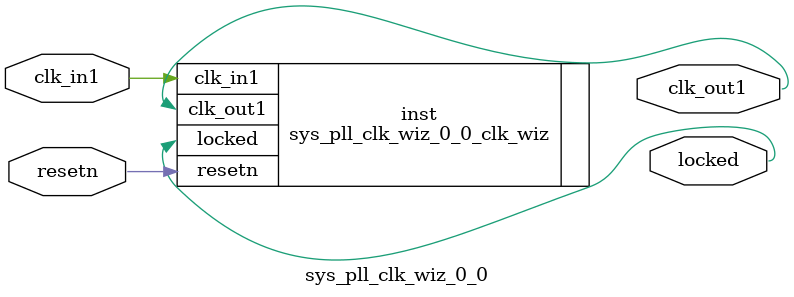
<source format=v>


`timescale 1ps/1ps

(* CORE_GENERATION_INFO = "sys_pll_clk_wiz_0_0,clk_wiz_v6_0_0_0,{component_name=sys_pll_clk_wiz_0_0,use_phase_alignment=true,use_min_o_jitter=false,use_max_i_jitter=false,use_dyn_phase_shift=false,use_inclk_switchover=false,use_dyn_reconfig=false,enable_axi=0,feedback_source=FDBK_AUTO,PRIMITIVE=PLL,num_out_clk=1,clkin1_period=10.000,clkin2_period=10.000,use_power_down=false,use_reset=true,use_locked=true,use_inclk_stopped=false,feedback_type=SINGLE,CLOCK_MGR_TYPE=NA,manual_override=false}" *)

module sys_pll_clk_wiz_0_0 
 (
  // Clock out ports
  output        clk_out1,
  // Status and control signals
  input         resetn,
  output        locked,
 // Clock in ports
  input         clk_in1
 );

  sys_pll_clk_wiz_0_0_clk_wiz inst
  (
  // Clock out ports  
  .clk_out1(clk_out1),
  // Status and control signals               
  .resetn(resetn), 
  .locked(locked),
 // Clock in ports
  .clk_in1(clk_in1)
  );

endmodule

</source>
